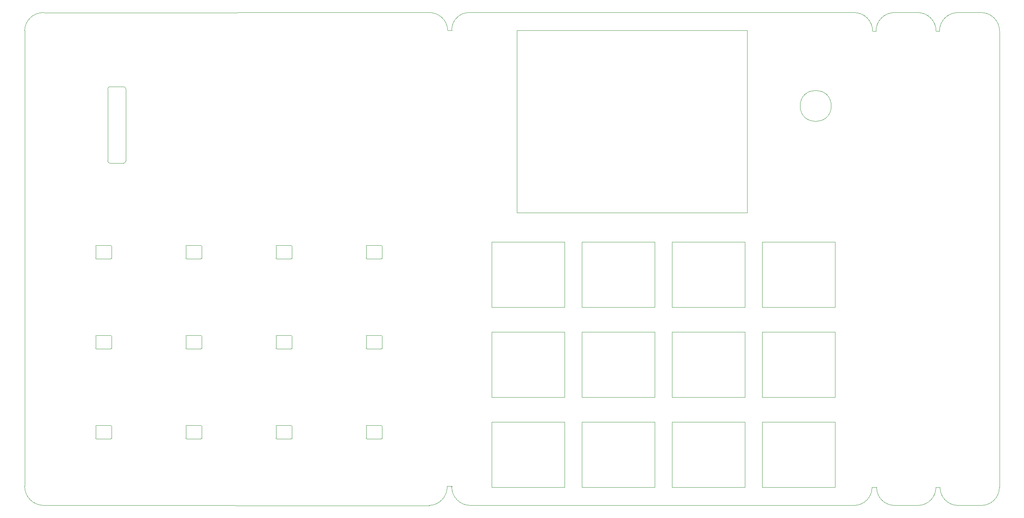
<source format=gbr>
%TF.GenerationSoftware,KiCad,Pcbnew,7.0.8*%
%TF.CreationDate,2023-12-04T11:10:45+01:00*%
%TF.ProjectId,scriptPad_PCB,73637269-7074-4506-9164-5f5043422e6b,rev?*%
%TF.SameCoordinates,Original*%
%TF.FileFunction,Profile,NP*%
%FSLAX46Y46*%
G04 Gerber Fmt 4.6, Leading zero omitted, Abs format (unit mm)*
G04 Created by KiCad (PCBNEW 7.0.8) date 2023-12-04 11:10:45*
%MOMM*%
%LPD*%
G01*
G04 APERTURE LIST*
%TA.AperFunction,Profile*%
%ADD10C,0.100000*%
%TD*%
%TA.AperFunction,Profile*%
%ADD11C,0.050000*%
%TD*%
G04 APERTURE END LIST*
D10*
X115443000Y-39878001D02*
X28709650Y-39886432D01*
X215392000Y-147066000D02*
X216408000Y-147066000D01*
X229790318Y-147066000D02*
X230711682Y-147066000D01*
X244131197Y-44069000D02*
X244094000Y-147066000D01*
X229827515Y-44069000D02*
X230584682Y-44069000D01*
X220472000Y-39878000D02*
X225636515Y-39878000D01*
X124587000Y-39878001D02*
X211328000Y-39878000D01*
X124841000Y-151130000D02*
X211328000Y-151130000D01*
X230711682Y-147066000D02*
G75*
G03*
X234775682Y-151130000I4064000J0D01*
G01*
X244131197Y-44069000D02*
G75*
G03*
X239940197Y-39878000I-4190998J2D01*
G01*
X240030000Y-151130000D02*
G75*
G03*
X244094000Y-147066000I0J4064000D01*
G01*
X234775682Y-151130000D02*
X240030000Y-151130000D01*
X234775682Y-39878000D02*
G75*
G03*
X230584682Y-44069000I-2J-4190998D01*
G01*
X234775682Y-39878000D02*
X239940197Y-39878000D01*
X220472000Y-151130000D02*
X225726318Y-151130000D01*
X229827515Y-44069000D02*
G75*
G03*
X225636515Y-39878000I-4191000J0D01*
G01*
X225726318Y-151130000D02*
G75*
G03*
X229790318Y-147066000I0J4064000D01*
G01*
X216408000Y-147066000D02*
G75*
G03*
X220472000Y-151130000I4064000J0D01*
G01*
X215519000Y-44069000D02*
X216281000Y-44069000D01*
X120650000Y-146812000D02*
X120650000Y-146939000D01*
X119633999Y-146812000D02*
X120650000Y-146812000D01*
X28702000Y-151129999D02*
X115570000Y-151137929D01*
X24384000Y-43942000D02*
X24386419Y-146775887D01*
X120650000Y-43942000D02*
X120650488Y-43807093D01*
X119760743Y-43933815D02*
X120650000Y-43942000D01*
X220472000Y-39878000D02*
G75*
G03*
X216281000Y-44069000I0J-4191000D01*
G01*
X215519000Y-44069000D02*
G75*
G03*
X211328000Y-39878000I-4191000J0D01*
G01*
X211328000Y-151130000D02*
G75*
G03*
X215392000Y-147066000I0J4064000D01*
G01*
X120650000Y-146939000D02*
G75*
G03*
X124841000Y-151130000I4191000J0D01*
G01*
X124587000Y-39878002D02*
G75*
G03*
X120650489Y-43807093I-3711J-3932800D01*
G01*
X115570000Y-151137927D02*
G75*
G03*
X119633998Y-146812000I-130964J4194962D01*
G01*
X119760741Y-43933815D02*
G75*
G03*
X115443000Y-39878002I-4186776J-130963D01*
G01*
X28709650Y-39886432D02*
G75*
G03*
X24384000Y-43942000I-135042J-4190608D01*
G01*
X24386421Y-146775887D02*
G75*
G03*
X28702000Y-151129998I4334845J-19266D01*
G01*
X190627000Y-112014000D02*
X207010000Y-112014000D01*
X207010000Y-126746000D01*
X190627000Y-126746000D01*
X190627000Y-112014000D01*
X43108810Y-73370790D02*
G75*
G03*
X43616790Y-73878790I507990J-10D01*
G01*
X190627000Y-91694000D02*
X207010000Y-91694000D01*
X207010000Y-106426000D01*
X190627000Y-106426000D01*
X190627000Y-91694000D01*
X170307000Y-112014000D02*
X186690000Y-112014000D01*
X186690000Y-126746000D01*
X170307000Y-126746000D01*
X170307000Y-112014000D01*
X149987000Y-132334000D02*
X166370000Y-132334000D01*
X166370000Y-147066000D01*
X149987000Y-147066000D01*
X149987000Y-132334000D01*
X46664790Y-73878790D02*
G75*
G03*
X47172790Y-73370790I10J507990D01*
G01*
X149987000Y-112014000D02*
X166370000Y-112014000D01*
X166370000Y-126746000D01*
X149987000Y-126746000D01*
X149987000Y-112014000D01*
X149987000Y-91694000D02*
X166370000Y-91694000D01*
X166370000Y-106426000D01*
X149987000Y-106426000D01*
X149987000Y-91694000D01*
X43616790Y-56606790D02*
G75*
G03*
X43108790Y-57114790I10J-508010D01*
G01*
X170307000Y-132334000D02*
X186690000Y-132334000D01*
X186690000Y-147066000D01*
X170307000Y-147066000D01*
X170307000Y-132334000D01*
X43616790Y-73878790D02*
X46664790Y-73878790D01*
X129667000Y-91694000D02*
X146050000Y-91694000D01*
X146050000Y-106426000D01*
X129667000Y-106426000D01*
X129667000Y-91694000D01*
X190627000Y-132334000D02*
X207010000Y-132334000D01*
X207010000Y-147066000D01*
X190627000Y-147066000D01*
X190627000Y-132334000D01*
X47172810Y-57114790D02*
G75*
G03*
X46664790Y-56606790I-508010J-10D01*
G01*
X129667000Y-112014000D02*
X146050000Y-112014000D01*
X146050000Y-126746000D01*
X129667000Y-126746000D01*
X129667000Y-112014000D01*
X135302000Y-43865800D02*
X187198000Y-43865800D01*
X187198000Y-85013800D01*
X135302000Y-85013800D01*
X135302000Y-43865800D01*
X170307000Y-91694000D02*
X186690000Y-91694000D01*
X186690000Y-106426000D01*
X170307000Y-106426000D01*
X170307000Y-91694000D01*
X46664790Y-56606790D02*
X43616790Y-56606790D01*
X129667000Y-132334000D02*
X146050000Y-132334000D01*
X146050000Y-147066000D01*
X129667000Y-147066000D01*
X129667000Y-132334000D01*
X43108790Y-57114790D02*
X43108790Y-73370790D01*
X47172790Y-73370790D02*
X47172790Y-57114790D01*
X206195359Y-60960000D02*
G75*
G03*
X206195359Y-60960000I-3503359J0D01*
G01*
D11*
%TO.C,LED9*%
X43942000Y-133223000D02*
X43942000Y-136017000D01*
X43815000Y-136144000D02*
X40513000Y-136144000D01*
X43815000Y-133096000D02*
X40513000Y-133096000D01*
X40386000Y-133223000D02*
X40386000Y-136017000D01*
X43815000Y-136144000D02*
G75*
G03*
X43942000Y-136017000I1J126999D01*
G01*
X43942000Y-133223000D02*
G75*
G03*
X43815000Y-133096000I-126999J1D01*
G01*
X40386000Y-136017000D02*
G75*
G03*
X40513000Y-136144000I127000J0D01*
G01*
X40513000Y-133096000D02*
G75*
G03*
X40386000Y-133223000I0J-127000D01*
G01*
%TO.C,LED8*%
X104902000Y-112903000D02*
X104902000Y-115697000D01*
X104775000Y-115824000D02*
X101473000Y-115824000D01*
X104775000Y-112776000D02*
X101473000Y-112776000D01*
X101346000Y-112903000D02*
X101346000Y-115697000D01*
X104775000Y-115824000D02*
G75*
G03*
X104902000Y-115697000I1J126999D01*
G01*
X104902000Y-112903000D02*
G75*
G03*
X104775000Y-112776000I-126999J1D01*
G01*
X101346000Y-115697000D02*
G75*
G03*
X101473000Y-115824000I127000J0D01*
G01*
X101473000Y-112776000D02*
G75*
G03*
X101346000Y-112903000I0J-127000D01*
G01*
%TO.C,LED1*%
X43942000Y-92583000D02*
X43942000Y-95377000D01*
X43815000Y-95504000D02*
X40513000Y-95504000D01*
X43815000Y-92456000D02*
X40513000Y-92456000D01*
X40386000Y-92583000D02*
X40386000Y-95377000D01*
X43815000Y-95504000D02*
G75*
G03*
X43942000Y-95377000I1J126999D01*
G01*
X43942000Y-92583000D02*
G75*
G03*
X43815000Y-92456000I-126999J1D01*
G01*
X40386000Y-95377000D02*
G75*
G03*
X40513000Y-95504000I127000J0D01*
G01*
X40513000Y-92456000D02*
G75*
G03*
X40386000Y-92583000I0J-127000D01*
G01*
%TO.C,LED4*%
X104902000Y-92583000D02*
X104902000Y-95377000D01*
X104775000Y-95504000D02*
X101473000Y-95504000D01*
X104775000Y-92456000D02*
X101473000Y-92456000D01*
X101346000Y-92583000D02*
X101346000Y-95377000D01*
X104775000Y-95504000D02*
G75*
G03*
X104902000Y-95377000I1J126999D01*
G01*
X104902000Y-92583000D02*
G75*
G03*
X104775000Y-92456000I-126999J1D01*
G01*
X101346000Y-95377000D02*
G75*
G03*
X101473000Y-95504000I127000J0D01*
G01*
X101473000Y-92456000D02*
G75*
G03*
X101346000Y-92583000I0J-127000D01*
G01*
%TO.C,LED5*%
X43942000Y-112903000D02*
X43942000Y-115697000D01*
X43815000Y-115824000D02*
X40513000Y-115824000D01*
X43815000Y-112776000D02*
X40513000Y-112776000D01*
X40386000Y-112903000D02*
X40386000Y-115697000D01*
X43815000Y-115824000D02*
G75*
G03*
X43942000Y-115697000I1J126999D01*
G01*
X43942000Y-112903000D02*
G75*
G03*
X43815000Y-112776000I-126999J1D01*
G01*
X40386000Y-115697000D02*
G75*
G03*
X40513000Y-115824000I127000J0D01*
G01*
X40513000Y-112776000D02*
G75*
G03*
X40386000Y-112903000I0J-127000D01*
G01*
%TO.C,LED6*%
X64262000Y-112903000D02*
X64262000Y-115697000D01*
X64135000Y-115824000D02*
X60833000Y-115824000D01*
X64135000Y-112776000D02*
X60833000Y-112776000D01*
X60706000Y-112903000D02*
X60706000Y-115697000D01*
X64135000Y-115824000D02*
G75*
G03*
X64262000Y-115697000I1J126999D01*
G01*
X64262000Y-112903000D02*
G75*
G03*
X64135000Y-112776000I-126999J1D01*
G01*
X60706000Y-115697000D02*
G75*
G03*
X60833000Y-115824000I127000J0D01*
G01*
X60833000Y-112776000D02*
G75*
G03*
X60706000Y-112903000I0J-127000D01*
G01*
%TO.C,LED12*%
X104902000Y-133223000D02*
X104902000Y-136017000D01*
X104775000Y-136144000D02*
X101473000Y-136144000D01*
X104775000Y-133096000D02*
X101473000Y-133096000D01*
X101346000Y-133223000D02*
X101346000Y-136017000D01*
X104775000Y-136144000D02*
G75*
G03*
X104902000Y-136017000I1J126999D01*
G01*
X104902000Y-133223000D02*
G75*
G03*
X104775000Y-133096000I-126999J1D01*
G01*
X101346000Y-136017000D02*
G75*
G03*
X101473000Y-136144000I127000J0D01*
G01*
X101473000Y-133096000D02*
G75*
G03*
X101346000Y-133223000I0J-127000D01*
G01*
%TO.C,LED10*%
X64262000Y-133223000D02*
X64262000Y-136017000D01*
X64135000Y-136144000D02*
X60833000Y-136144000D01*
X64135000Y-133096000D02*
X60833000Y-133096000D01*
X60706000Y-133223000D02*
X60706000Y-136017000D01*
X64135000Y-136144000D02*
G75*
G03*
X64262000Y-136017000I1J126999D01*
G01*
X64262000Y-133223000D02*
G75*
G03*
X64135000Y-133096000I-126999J1D01*
G01*
X60706000Y-136017000D02*
G75*
G03*
X60833000Y-136144000I127000J0D01*
G01*
X60833000Y-133096000D02*
G75*
G03*
X60706000Y-133223000I0J-127000D01*
G01*
%TO.C,LED7*%
X84582000Y-112903000D02*
X84582000Y-115697000D01*
X84455000Y-115824000D02*
X81153000Y-115824000D01*
X84455000Y-112776000D02*
X81153000Y-112776000D01*
X81026000Y-112903000D02*
X81026000Y-115697000D01*
X84455000Y-115824000D02*
G75*
G03*
X84582000Y-115697000I1J126999D01*
G01*
X84582000Y-112903000D02*
G75*
G03*
X84455000Y-112776000I-126999J1D01*
G01*
X81026000Y-115697000D02*
G75*
G03*
X81153000Y-115824000I127000J0D01*
G01*
X81153000Y-112776000D02*
G75*
G03*
X81026000Y-112903000I0J-127000D01*
G01*
%TO.C,LED2*%
X64262000Y-92583000D02*
X64262000Y-95377000D01*
X64135000Y-95504000D02*
X60833000Y-95504000D01*
X64135000Y-92456000D02*
X60833000Y-92456000D01*
X60706000Y-92583000D02*
X60706000Y-95377000D01*
X64135000Y-95504000D02*
G75*
G03*
X64262000Y-95377000I1J126999D01*
G01*
X64262000Y-92583000D02*
G75*
G03*
X64135000Y-92456000I-126999J1D01*
G01*
X60706000Y-95377000D02*
G75*
G03*
X60833000Y-95504000I127000J0D01*
G01*
X60833000Y-92456000D02*
G75*
G03*
X60706000Y-92583000I0J-127000D01*
G01*
%TO.C,LED11*%
X84582000Y-133223000D02*
X84582000Y-136017000D01*
X84455000Y-136144000D02*
X81153000Y-136144000D01*
X84455000Y-133096000D02*
X81153000Y-133096000D01*
X81026000Y-133223000D02*
X81026000Y-136017000D01*
X84455000Y-136144000D02*
G75*
G03*
X84582000Y-136017000I1J126999D01*
G01*
X84582000Y-133223000D02*
G75*
G03*
X84455000Y-133096000I-126999J1D01*
G01*
X81026000Y-136017000D02*
G75*
G03*
X81153000Y-136144000I127000J0D01*
G01*
X81153000Y-133096000D02*
G75*
G03*
X81026000Y-133223000I0J-127000D01*
G01*
%TO.C,LED3*%
X84582000Y-92583000D02*
X84582000Y-95377000D01*
X84455000Y-95504000D02*
X81153000Y-95504000D01*
X84455000Y-92456000D02*
X81153000Y-92456000D01*
X81026000Y-92583000D02*
X81026000Y-95377000D01*
X84455000Y-95504000D02*
G75*
G03*
X84582000Y-95377000I1J126999D01*
G01*
X84582000Y-92583000D02*
G75*
G03*
X84455000Y-92456000I-126999J1D01*
G01*
X81026000Y-95377000D02*
G75*
G03*
X81153000Y-95504000I127000J0D01*
G01*
X81153000Y-92456000D02*
G75*
G03*
X81026000Y-92583000I0J-127000D01*
G01*
%TD*%
M02*

</source>
